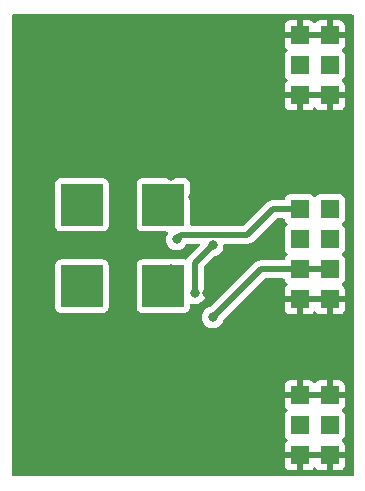
<source format=gbr>
%TF.GenerationSoftware,KiCad,Pcbnew,6.0.11+dfsg-1~bpo11+1*%
%TF.CreationDate,2023-05-28T01:23:12+00:00*%
%TF.ProjectId,SIPM02,5349504d-3032-42e6-9b69-6361645f7063,rev?*%
%TF.SameCoordinates,Original*%
%TF.FileFunction,Copper,L1,Top*%
%TF.FilePolarity,Positive*%
%FSLAX46Y46*%
G04 Gerber Fmt 4.6, Leading zero omitted, Abs format (unit mm)*
G04 Created by KiCad (PCBNEW 6.0.11+dfsg-1~bpo11+1) date 2023-05-28 01:23:12*
%MOMM*%
%LPD*%
G01*
G04 APERTURE LIST*
G04 Aperture macros list*
%AMOutline4P*
0 Free polygon, 4 corners , with rotation*
0 The origin of the aperture is its center*
0 number of corners: always 4*
0 $1 to $8 corner X, Y*
0 $9 Rotation angle, in degrees counterclockwise*
0 create outline with 4 corners*
4,1,4,$1,$2,$3,$4,$5,$6,$7,$8,$1,$2,$9*%
G04 Aperture macros list end*
%TA.AperFunction,ComponentPad*%
%ADD10C,6.000000*%
%TD*%
%TA.AperFunction,ComponentPad*%
%ADD11R,1.524000X1.524000*%
%TD*%
%TA.AperFunction,SMDPad,CuDef*%
%ADD12Outline4P,-1.750000X-1.750000X1.750000X-1.750000X1.750000X1.750000X-1.750000X1.750000X0.000000*%
%TD*%
%TA.AperFunction,SMDPad,CuDef*%
%ADD13Outline4P,-1.750000X-1.750000X1.750000X-1.750000X1.750000X1.750000X-1.750000X1.750000X90.000000*%
%TD*%
%TA.AperFunction,SMDPad,CuDef*%
%ADD14Outline4P,-1.750000X-1.750000X1.750000X-1.750000X1.750000X1.750000X-1.750000X1.750000X180.000000*%
%TD*%
%TA.AperFunction,SMDPad,CuDef*%
%ADD15Outline4P,-1.750000X-1.750000X1.750000X-1.750000X1.750000X1.750000X-1.750000X1.750000X270.000000*%
%TD*%
%TA.AperFunction,ViaPad*%
%ADD16C,0.800000*%
%TD*%
%TA.AperFunction,Conductor*%
%ADD17C,0.500000*%
%TD*%
%TA.AperFunction,Conductor*%
%ADD18C,0.400000*%
%TD*%
G04 APERTURE END LIST*
D10*
%TO.P,M2,1*%
%TO.N,GND*%
X5207000Y5080000D03*
%TD*%
%TO.P,M3,1*%
%TO.N,GND*%
X5207000Y35560000D03*
%TD*%
D11*
%TO.P,J10,1*%
%TO.N,/#PD*%
X25273000Y20828000D03*
%TO.P,J10,2*%
X27813000Y20828000D03*
%TD*%
%TO.P,J8,1*%
%TO.N,/OUT*%
X25273000Y18288000D03*
%TO.P,J8,2*%
X27813000Y18288000D03*
%TD*%
%TO.P,J4,1*%
%TO.N,GND*%
X25273000Y2540000D03*
%TO.P,J4,2*%
X27813000Y2540000D03*
%TD*%
%TO.P,J9,1*%
%TO.N,GND*%
X25273000Y15748000D03*
%TO.P,J9,2*%
X27813000Y15748000D03*
%TD*%
D12*
%TO.P,U1,1,A*%
%TO.N,Net-(C10-Pad2)*%
X6837000Y16870000D03*
D13*
%TO.P,U1,2,FO*%
%TO.N,Net-(R6-Pad1)*%
X13737000Y16870000D03*
D14*
%TO.P,U1,3,K*%
%TO.N,Net-(C6-Pad1)*%
X13737000Y23770000D03*
D15*
%TO.P,U1,4,NC*%
%TO.N,unconnected-(U1-Pad4)*%
X6837000Y23770000D03*
%TD*%
D11*
%TO.P,J1,1*%
%TO.N,GND*%
X25273000Y33020000D03*
%TO.P,J1,2*%
X27813000Y33020000D03*
%TD*%
%TO.P,J2,1*%
%TO.N,+28V*%
X25273000Y35560000D03*
%TO.P,J2,2*%
X27813000Y35560000D03*
%TD*%
%TO.P,J3,1*%
%TO.N,GND*%
X25273000Y38100000D03*
%TO.P,J3,2*%
X27813000Y38100000D03*
%TD*%
%TO.P,J5,1*%
%TO.N,/+3V6*%
X27813000Y5080000D03*
%TO.P,J5,2*%
X25273000Y5080000D03*
%TD*%
%TO.P,J6,1*%
%TO.N,GND*%
X27813000Y7620000D03*
%TO.P,J6,2*%
X25273000Y7620000D03*
%TD*%
%TO.P,J7,1*%
%TO.N,/DIRECT_OUT*%
X25273000Y23368000D03*
%TO.P,J7,2*%
X27813000Y23368000D03*
%TD*%
D10*
%TO.P,M1,1*%
%TO.N,GND*%
X15367000Y5080000D03*
%TD*%
%TO.P,M4,1*%
%TO.N,GND*%
X15367000Y35560000D03*
%TD*%
D16*
%TO.N,GND*%
X6096000Y26670000D03*
X7239000Y28448000D03*
X12827000Y11684000D03*
X16256000Y24384000D03*
X9271000Y33020000D03*
X10287000Y10160000D03*
X12065000Y27940000D03*
X10795000Y33020000D03*
X8763000Y13208000D03*
X20955000Y38100000D03*
X28067000Y25908000D03*
X22987000Y16256000D03*
X18415000Y23368000D03*
X7239000Y30988000D03*
X14351000Y26162000D03*
X10287000Y13208000D03*
X26035000Y13208000D03*
X11430000Y28956000D03*
X27559000Y13208000D03*
X16383000Y23368000D03*
X17399000Y16284502D03*
X26035000Y25908000D03*
X22987000Y13208000D03*
X7239000Y29464000D03*
X22987000Y14732000D03*
X20447000Y19812000D03*
X28067000Y27432000D03*
X24511000Y13208000D03*
X16383000Y22352000D03*
X7239000Y10160000D03*
X5715000Y10160000D03*
X6096000Y27813000D03*
X8763000Y10160000D03*
X22987000Y38100000D03*
X12446000Y28956000D03*
X26035000Y27432000D03*
X11811000Y10160000D03*
X13335000Y10160000D03*
X7239000Y27432000D03*
X28067000Y29464000D03*
X28067000Y30988000D03*
X26035000Y30988000D03*
X19431000Y36068000D03*
X7239000Y26543000D03*
X19431000Y34544000D03*
X19431000Y32512000D03*
X26035000Y29464000D03*
X19939000Y23368000D03*
X19431000Y38100000D03*
%TO.N,Net-(C6-Pad1)*%
X12827000Y24892000D03*
%TO.N,/DIRECT_OUT*%
X14859000Y20828000D03*
%TO.N,Net-(C10-Pad2)*%
X7747000Y15748000D03*
%TO.N,/OUT*%
X17907000Y14224000D03*
%TO.N,Net-(R6-Pad1)*%
X14351000Y18288000D03*
%TO.N,Net-(R10-Pad1)*%
X17907000Y20320000D03*
X16383000Y16256000D03*
%TD*%
D17*
%TO.N,GND*%
X7239000Y27432000D02*
X7239000Y26543000D01*
X19939000Y23368000D02*
X18415000Y23368000D01*
X10287000Y10160000D02*
X8763000Y10160000D01*
X19431000Y36068000D02*
X19431000Y38100000D01*
X7239000Y29464000D02*
X7239000Y30988000D01*
X19431000Y32512000D02*
X19431000Y34544000D01*
X7239000Y10160000D02*
X5715000Y10160000D01*
X22987000Y13208000D02*
X22987000Y14732000D01*
X13335000Y10160000D02*
X11811000Y10160000D01*
X27559000Y13208000D02*
X26035000Y13208000D01*
D18*
%TO.N,Net-(C6-Pad1)*%
X13137000Y24582000D02*
X12827000Y24892000D01*
X13137000Y23320000D02*
X13137000Y24582000D01*
D17*
%TO.N,/DIRECT_OUT*%
X22987000Y23368000D02*
X25273000Y23368000D01*
X14859000Y20828000D02*
X15258999Y21227999D01*
X20846999Y21227999D02*
X22987000Y23368000D01*
X15258999Y21227999D02*
X20846999Y21227999D01*
%TO.N,Net-(C10-Pad2)*%
X7437000Y16058000D02*
X7747000Y15748000D01*
X7437000Y17320000D02*
X7437000Y16058000D01*
%TO.N,/OUT*%
X17907000Y14224000D02*
X21971000Y18288000D01*
X25273000Y18288000D02*
X27813000Y18288000D01*
X21971000Y18288000D02*
X25273000Y18288000D01*
%TO.N,Net-(R6-Pad1)*%
X13533000Y17470000D02*
X14351000Y18288000D01*
X13287000Y17470000D02*
X13533000Y17470000D01*
%TO.N,Net-(R10-Pad1)*%
X16383000Y16256000D02*
X16383000Y18796000D01*
X16383000Y18796000D02*
X17907000Y20320000D01*
%TD*%
%TA.AperFunction,Conductor*%
%TO.N,GND*%
G36*
X29786621Y39857498D02*
G01*
X29833114Y39803842D01*
X29844500Y39751500D01*
X29844500Y888500D01*
X29824498Y820379D01*
X29770842Y773886D01*
X29718500Y762500D01*
X1015500Y762500D01*
X947379Y782502D01*
X900886Y836158D01*
X889500Y888500D01*
X889500Y1733331D01*
X24003001Y1733331D01*
X24003371Y1726510D01*
X24008895Y1675648D01*
X24012521Y1660396D01*
X24057676Y1539946D01*
X24066214Y1524351D01*
X24142715Y1422276D01*
X24155276Y1409715D01*
X24257351Y1333214D01*
X24272946Y1324676D01*
X24393394Y1279522D01*
X24408649Y1275895D01*
X24459514Y1270369D01*
X24466328Y1270000D01*
X25000885Y1270000D01*
X25016124Y1274475D01*
X25017329Y1275865D01*
X25019000Y1283548D01*
X25019000Y1288116D01*
X25527000Y1288116D01*
X25531475Y1272877D01*
X25532865Y1271672D01*
X25540548Y1270001D01*
X26079669Y1270001D01*
X26086490Y1270371D01*
X26137352Y1275895D01*
X26152604Y1279521D01*
X26273054Y1324676D01*
X26288649Y1333214D01*
X26390724Y1409715D01*
X26403284Y1422275D01*
X26442173Y1474165D01*
X26499032Y1516681D01*
X26569851Y1521707D01*
X26632144Y1487647D01*
X26643827Y1474165D01*
X26682716Y1422275D01*
X26695276Y1409715D01*
X26797351Y1333214D01*
X26812946Y1324676D01*
X26933394Y1279522D01*
X26948649Y1275895D01*
X26999514Y1270369D01*
X27006328Y1270000D01*
X27540885Y1270000D01*
X27556124Y1274475D01*
X27557329Y1275865D01*
X27559000Y1283548D01*
X27559000Y1288116D01*
X28067000Y1288116D01*
X28071475Y1272877D01*
X28072865Y1271672D01*
X28080548Y1270001D01*
X28619669Y1270001D01*
X28626490Y1270371D01*
X28677352Y1275895D01*
X28692604Y1279521D01*
X28813054Y1324676D01*
X28828649Y1333214D01*
X28930724Y1409715D01*
X28943285Y1422276D01*
X29019786Y1524351D01*
X29028324Y1539946D01*
X29073478Y1660394D01*
X29077105Y1675649D01*
X29082631Y1726514D01*
X29083000Y1733328D01*
X29083000Y2267885D01*
X29078525Y2283124D01*
X29077135Y2284329D01*
X29069452Y2286000D01*
X28085115Y2286000D01*
X28069876Y2281525D01*
X28068671Y2280135D01*
X28067000Y2272452D01*
X28067000Y1288116D01*
X27559000Y1288116D01*
X27559000Y2267885D01*
X27554525Y2283124D01*
X27553135Y2284329D01*
X27545452Y2286000D01*
X25545115Y2286000D01*
X25529876Y2281525D01*
X25528671Y2280135D01*
X25527000Y2272452D01*
X25527000Y1288116D01*
X25019000Y1288116D01*
X25019000Y2267885D01*
X25014525Y2283124D01*
X25013135Y2284329D01*
X25005452Y2286000D01*
X24021116Y2286000D01*
X24005877Y2281525D01*
X24004672Y2280135D01*
X24003001Y2272452D01*
X24003001Y1733331D01*
X889500Y1733331D01*
X889500Y4269866D01*
X24002500Y4269866D01*
X24009255Y4207684D01*
X24060385Y4071295D01*
X24147739Y3954739D01*
X24206749Y3910513D01*
X24249264Y3853656D01*
X24254290Y3782837D01*
X24220230Y3720544D01*
X24206749Y3708862D01*
X24155276Y3670285D01*
X24142715Y3657724D01*
X24066214Y3555649D01*
X24057676Y3540054D01*
X24012522Y3419606D01*
X24008895Y3404351D01*
X24003369Y3353486D01*
X24003000Y3346672D01*
X24003000Y2812115D01*
X24007475Y2796876D01*
X24008865Y2795671D01*
X24016548Y2794000D01*
X29064884Y2794000D01*
X29080123Y2798475D01*
X29081328Y2799865D01*
X29082999Y2807548D01*
X29082999Y3346669D01*
X29082629Y3353490D01*
X29077105Y3404352D01*
X29073479Y3419604D01*
X29028324Y3540054D01*
X29019786Y3555649D01*
X28943285Y3657724D01*
X28930724Y3670285D01*
X28879251Y3708862D01*
X28836736Y3765721D01*
X28831710Y3836540D01*
X28865770Y3898833D01*
X28879245Y3910509D01*
X28938261Y3954739D01*
X29025615Y4071295D01*
X29076745Y4207684D01*
X29083500Y4269866D01*
X29083500Y5890134D01*
X29076745Y5952316D01*
X29025615Y6088705D01*
X28938261Y6205261D01*
X28879251Y6249487D01*
X28836736Y6306344D01*
X28831710Y6377163D01*
X28865770Y6439456D01*
X28879251Y6451138D01*
X28930724Y6489715D01*
X28943285Y6502276D01*
X29019786Y6604351D01*
X29028324Y6619946D01*
X29073478Y6740394D01*
X29077105Y6755649D01*
X29082631Y6806514D01*
X29083000Y6813328D01*
X29083000Y7347885D01*
X29078525Y7363124D01*
X29077135Y7364329D01*
X29069452Y7366000D01*
X24021116Y7366000D01*
X24005877Y7361525D01*
X24004672Y7360135D01*
X24003001Y7352452D01*
X24003001Y6813331D01*
X24003371Y6806510D01*
X24008895Y6755648D01*
X24012521Y6740396D01*
X24057676Y6619946D01*
X24066214Y6604351D01*
X24142715Y6502276D01*
X24155276Y6489715D01*
X24206749Y6451138D01*
X24249264Y6394279D01*
X24254290Y6323460D01*
X24220230Y6261167D01*
X24206755Y6249491D01*
X24147739Y6205261D01*
X24060385Y6088705D01*
X24009255Y5952316D01*
X24002500Y5890134D01*
X24002500Y4269866D01*
X889500Y4269866D01*
X889500Y7892115D01*
X24003000Y7892115D01*
X24007475Y7876876D01*
X24008865Y7875671D01*
X24016548Y7874000D01*
X25000885Y7874000D01*
X25016124Y7878475D01*
X25017329Y7879865D01*
X25019000Y7887548D01*
X25019000Y7892115D01*
X25527000Y7892115D01*
X25531475Y7876876D01*
X25532865Y7875671D01*
X25540548Y7874000D01*
X27540885Y7874000D01*
X27556124Y7878475D01*
X27557329Y7879865D01*
X27559000Y7887548D01*
X27559000Y7892115D01*
X28067000Y7892115D01*
X28071475Y7876876D01*
X28072865Y7875671D01*
X28080548Y7874000D01*
X29064884Y7874000D01*
X29080123Y7878475D01*
X29081328Y7879865D01*
X29082999Y7887548D01*
X29082999Y8426669D01*
X29082629Y8433490D01*
X29077105Y8484352D01*
X29073479Y8499604D01*
X29028324Y8620054D01*
X29019786Y8635649D01*
X28943285Y8737724D01*
X28930724Y8750285D01*
X28828649Y8826786D01*
X28813054Y8835324D01*
X28692606Y8880478D01*
X28677351Y8884105D01*
X28626486Y8889631D01*
X28619672Y8890000D01*
X28085115Y8890000D01*
X28069876Y8885525D01*
X28068671Y8884135D01*
X28067000Y8876452D01*
X28067000Y7892115D01*
X27559000Y7892115D01*
X27559000Y8871884D01*
X27554525Y8887123D01*
X27553135Y8888328D01*
X27545452Y8889999D01*
X27006331Y8889999D01*
X26999510Y8889629D01*
X26948648Y8884105D01*
X26933396Y8880479D01*
X26812946Y8835324D01*
X26797351Y8826786D01*
X26695276Y8750285D01*
X26682716Y8737725D01*
X26643827Y8685835D01*
X26586968Y8643319D01*
X26516149Y8638293D01*
X26453856Y8672353D01*
X26442173Y8685835D01*
X26403284Y8737725D01*
X26390724Y8750285D01*
X26288649Y8826786D01*
X26273054Y8835324D01*
X26152606Y8880478D01*
X26137351Y8884105D01*
X26086486Y8889631D01*
X26079672Y8890000D01*
X25545115Y8890000D01*
X25529876Y8885525D01*
X25528671Y8884135D01*
X25527000Y8876452D01*
X25527000Y7892115D01*
X25019000Y7892115D01*
X25019000Y8871884D01*
X25014525Y8887123D01*
X25013135Y8888328D01*
X25005452Y8889999D01*
X24466331Y8889999D01*
X24459510Y8889629D01*
X24408648Y8884105D01*
X24393396Y8880479D01*
X24272946Y8835324D01*
X24257351Y8826786D01*
X24155276Y8750285D01*
X24142715Y8737724D01*
X24066214Y8635649D01*
X24057676Y8620054D01*
X24012522Y8499606D01*
X24008895Y8484351D01*
X24003369Y8433486D01*
X24003000Y8426672D01*
X24003000Y7892115D01*
X889500Y7892115D01*
X889500Y15071866D01*
X4578500Y15071866D01*
X4585255Y15009684D01*
X4636385Y14873295D01*
X4723739Y14756739D01*
X4840295Y14669385D01*
X4976684Y14618255D01*
X5038866Y14611500D01*
X8635134Y14611500D01*
X8697316Y14618255D01*
X8833705Y14669385D01*
X8950261Y14756739D01*
X9037615Y14873295D01*
X9088745Y15009684D01*
X9095500Y15071866D01*
X11478500Y15071866D01*
X11485255Y15009684D01*
X11536385Y14873295D01*
X11623739Y14756739D01*
X11740295Y14669385D01*
X11876684Y14618255D01*
X11938866Y14611500D01*
X15535134Y14611500D01*
X15597316Y14618255D01*
X15733705Y14669385D01*
X15850261Y14756739D01*
X15937615Y14873295D01*
X15988745Y15009684D01*
X15995500Y15071866D01*
X15995500Y15253972D01*
X16015502Y15322093D01*
X16069158Y15368586D01*
X16139432Y15378690D01*
X16147697Y15377219D01*
X16281056Y15348872D01*
X16281061Y15348872D01*
X16287513Y15347500D01*
X16478487Y15347500D01*
X16484939Y15348872D01*
X16484944Y15348872D01*
X16577688Y15368586D01*
X16665288Y15387206D01*
X16770500Y15434049D01*
X16833722Y15462197D01*
X16833724Y15462198D01*
X16839752Y15464882D01*
X16877530Y15492329D01*
X16895157Y15505136D01*
X16994253Y15577134D01*
X17122040Y15719056D01*
X17217527Y15884444D01*
X17276542Y16066072D01*
X17296504Y16256000D01*
X17276542Y16445928D01*
X17217527Y16627556D01*
X17158381Y16730000D01*
X17141500Y16792999D01*
X17141500Y18429629D01*
X17161502Y18497750D01*
X17178405Y18518724D01*
X18063331Y19403650D01*
X18126228Y19437801D01*
X18182824Y19449831D01*
X18182833Y19449834D01*
X18189288Y19451206D01*
X18195319Y19453891D01*
X18357722Y19526197D01*
X18357724Y19526198D01*
X18363752Y19528882D01*
X18518253Y19641134D01*
X18646040Y19783056D01*
X18741527Y19948444D01*
X18800542Y20130072D01*
X18802138Y20145251D01*
X18819814Y20313435D01*
X18820504Y20320000D01*
X18819419Y20330323D01*
X18819814Y20332483D01*
X18819814Y20333171D01*
X18819940Y20333171D01*
X18832188Y20400162D01*
X18880687Y20452011D01*
X18944728Y20469499D01*
X20779929Y20469499D01*
X20798879Y20468066D01*
X20813114Y20465900D01*
X20813118Y20465900D01*
X20820348Y20464800D01*
X20827640Y20465393D01*
X20827643Y20465393D01*
X20873017Y20469084D01*
X20883232Y20469499D01*
X20891292Y20469499D01*
X20904582Y20471048D01*
X20919506Y20472788D01*
X20923881Y20473221D01*
X20989338Y20478545D01*
X20989341Y20478546D01*
X20996636Y20479139D01*
X21003600Y20481395D01*
X21009559Y20482586D01*
X21015414Y20483970D01*
X21022680Y20484817D01*
X21091326Y20509734D01*
X21095454Y20511151D01*
X21157935Y20531392D01*
X21157937Y20531393D01*
X21164898Y20533648D01*
X21171153Y20537444D01*
X21176627Y20539950D01*
X21182057Y20542669D01*
X21188936Y20545166D01*
X21249975Y20585185D01*
X21253679Y20587522D01*
X21316106Y20625404D01*
X21324483Y20632802D01*
X21324507Y20632775D01*
X21327499Y20635428D01*
X21330732Y20638131D01*
X21336851Y20642143D01*
X21390127Y20698382D01*
X21392505Y20700824D01*
X23264276Y22572595D01*
X23326588Y22606621D01*
X23353371Y22609500D01*
X23883837Y22609500D01*
X23951958Y22589498D01*
X23998451Y22535842D01*
X24005305Y22510920D01*
X24006575Y22511222D01*
X24008402Y22503540D01*
X24009255Y22495684D01*
X24060385Y22359295D01*
X24147739Y22242739D01*
X24154919Y22237358D01*
X24206332Y22198826D01*
X24248847Y22141967D01*
X24253873Y22071148D01*
X24219813Y22008855D01*
X24206333Y21997175D01*
X24147739Y21953261D01*
X24060385Y21836705D01*
X24009255Y21700316D01*
X24002500Y21638134D01*
X24002500Y20017866D01*
X24009255Y19955684D01*
X24060385Y19819295D01*
X24147739Y19702739D01*
X24154919Y19697358D01*
X24206332Y19658826D01*
X24248847Y19601967D01*
X24253873Y19531148D01*
X24219813Y19468855D01*
X24206333Y19457175D01*
X24147739Y19413261D01*
X24060385Y19296705D01*
X24009255Y19160316D01*
X24008402Y19152460D01*
X24006575Y19144778D01*
X24003540Y19145500D01*
X23981841Y19093309D01*
X23923470Y19052895D01*
X23883837Y19046500D01*
X22038070Y19046500D01*
X22019120Y19047933D01*
X22004885Y19050099D01*
X22004881Y19050099D01*
X21997651Y19051199D01*
X21990359Y19050606D01*
X21990356Y19050606D01*
X21944982Y19046915D01*
X21934767Y19046500D01*
X21926707Y19046500D01*
X21923073Y19046076D01*
X21923067Y19046076D01*
X21910042Y19044557D01*
X21898480Y19043209D01*
X21894132Y19042779D01*
X21821364Y19036860D01*
X21814403Y19034605D01*
X21808463Y19033418D01*
X21802588Y19032029D01*
X21795319Y19031182D01*
X21726670Y19006264D01*
X21722542Y19004847D01*
X21660064Y18984607D01*
X21660062Y18984606D01*
X21653101Y18982351D01*
X21646846Y18978555D01*
X21641372Y18976049D01*
X21635942Y18973330D01*
X21629063Y18970833D01*
X21622943Y18966820D01*
X21622942Y18966820D01*
X21568024Y18930814D01*
X21564320Y18928477D01*
X21501893Y18890595D01*
X21493516Y18883197D01*
X21493492Y18883224D01*
X21490500Y18880571D01*
X21487267Y18877868D01*
X21481148Y18873856D01*
X21476116Y18868544D01*
X21427872Y18817617D01*
X21425494Y18815175D01*
X17750669Y15140350D01*
X17687772Y15106199D01*
X17631176Y15094169D01*
X17631167Y15094166D01*
X17624712Y15092794D01*
X17618682Y15090109D01*
X17618681Y15090109D01*
X17456278Y15017803D01*
X17456276Y15017802D01*
X17450248Y15015118D01*
X17444907Y15011238D01*
X17444906Y15011237D01*
X17432585Y15002285D01*
X17295747Y14902866D01*
X17167960Y14760944D01*
X17164659Y14755226D01*
X17085267Y14617715D01*
X17072473Y14595556D01*
X17013458Y14413928D01*
X16993496Y14224000D01*
X17013458Y14034072D01*
X17072473Y13852444D01*
X17167960Y13687056D01*
X17295747Y13545134D01*
X17450248Y13432882D01*
X17456276Y13430198D01*
X17456278Y13430197D01*
X17618681Y13357891D01*
X17624712Y13355206D01*
X17718112Y13335353D01*
X17805056Y13316872D01*
X17805061Y13316872D01*
X17811513Y13315500D01*
X18002487Y13315500D01*
X18008939Y13316872D01*
X18008944Y13316872D01*
X18095887Y13335353D01*
X18189288Y13355206D01*
X18195319Y13357891D01*
X18357722Y13430197D01*
X18357724Y13430198D01*
X18363752Y13432882D01*
X18518253Y13545134D01*
X18646040Y13687056D01*
X18741527Y13852444D01*
X18796387Y14021286D01*
X18827125Y14071444D01*
X19697012Y14941331D01*
X24003001Y14941331D01*
X24003371Y14934510D01*
X24008895Y14883648D01*
X24012521Y14868396D01*
X24057676Y14747946D01*
X24066214Y14732351D01*
X24142715Y14630276D01*
X24155276Y14617715D01*
X24257351Y14541214D01*
X24272946Y14532676D01*
X24393394Y14487522D01*
X24408649Y14483895D01*
X24459514Y14478369D01*
X24466328Y14478000D01*
X25000885Y14478000D01*
X25016124Y14482475D01*
X25017329Y14483865D01*
X25019000Y14491548D01*
X25019000Y14496116D01*
X25527000Y14496116D01*
X25531475Y14480877D01*
X25532865Y14479672D01*
X25540548Y14478001D01*
X26079669Y14478001D01*
X26086490Y14478371D01*
X26137352Y14483895D01*
X26152604Y14487521D01*
X26273054Y14532676D01*
X26288649Y14541214D01*
X26390724Y14617715D01*
X26403284Y14630275D01*
X26442173Y14682165D01*
X26499032Y14724681D01*
X26569851Y14729707D01*
X26632144Y14695647D01*
X26643827Y14682165D01*
X26682716Y14630275D01*
X26695276Y14617715D01*
X26797351Y14541214D01*
X26812946Y14532676D01*
X26933394Y14487522D01*
X26948649Y14483895D01*
X26999514Y14478369D01*
X27006328Y14478000D01*
X27540885Y14478000D01*
X27556124Y14482475D01*
X27557329Y14483865D01*
X27559000Y14491548D01*
X27559000Y14496116D01*
X28067000Y14496116D01*
X28071475Y14480877D01*
X28072865Y14479672D01*
X28080548Y14478001D01*
X28619669Y14478001D01*
X28626490Y14478371D01*
X28677352Y14483895D01*
X28692604Y14487521D01*
X28813054Y14532676D01*
X28828649Y14541214D01*
X28930724Y14617715D01*
X28943285Y14630276D01*
X29019786Y14732351D01*
X29028324Y14747946D01*
X29073478Y14868394D01*
X29077105Y14883649D01*
X29082631Y14934514D01*
X29083000Y14941328D01*
X29083000Y15475885D01*
X29078525Y15491124D01*
X29077135Y15492329D01*
X29069452Y15494000D01*
X28085115Y15494000D01*
X28069876Y15489525D01*
X28068671Y15488135D01*
X28067000Y15480452D01*
X28067000Y14496116D01*
X27559000Y14496116D01*
X27559000Y15475885D01*
X27554525Y15491124D01*
X27553135Y15492329D01*
X27545452Y15494000D01*
X25545115Y15494000D01*
X25529876Y15489525D01*
X25528671Y15488135D01*
X25527000Y15480452D01*
X25527000Y14496116D01*
X25019000Y14496116D01*
X25019000Y15475885D01*
X25014525Y15491124D01*
X25013135Y15492329D01*
X25005452Y15494000D01*
X24021116Y15494000D01*
X24005877Y15489525D01*
X24004672Y15488135D01*
X24003001Y15480452D01*
X24003001Y14941331D01*
X19697012Y14941331D01*
X22248276Y17492595D01*
X22310588Y17526621D01*
X22337371Y17529500D01*
X23883837Y17529500D01*
X23951958Y17509498D01*
X23998451Y17455842D01*
X24005305Y17430920D01*
X24006575Y17431222D01*
X24008402Y17423540D01*
X24009255Y17415684D01*
X24060385Y17279295D01*
X24147739Y17162739D01*
X24206749Y17118513D01*
X24249264Y17061656D01*
X24254290Y16990837D01*
X24220230Y16928544D01*
X24206749Y16916862D01*
X24155276Y16878285D01*
X24142715Y16865724D01*
X24066214Y16763649D01*
X24057676Y16748054D01*
X24012522Y16627606D01*
X24008895Y16612351D01*
X24003369Y16561486D01*
X24003000Y16554672D01*
X24003000Y16020115D01*
X24007475Y16004876D01*
X24008865Y16003671D01*
X24016548Y16002000D01*
X29064884Y16002000D01*
X29080123Y16006475D01*
X29081328Y16007865D01*
X29082999Y16015548D01*
X29082999Y16554669D01*
X29082629Y16561490D01*
X29077105Y16612352D01*
X29073479Y16627604D01*
X29028324Y16748054D01*
X29019786Y16763649D01*
X28943285Y16865724D01*
X28930724Y16878285D01*
X28879251Y16916862D01*
X28836736Y16973721D01*
X28831710Y17044540D01*
X28865770Y17106833D01*
X28879245Y17118509D01*
X28938261Y17162739D01*
X29025615Y17279295D01*
X29076745Y17415684D01*
X29083500Y17477866D01*
X29083500Y19098134D01*
X29076745Y19160316D01*
X29025615Y19296705D01*
X28938261Y19413261D01*
X28879668Y19457174D01*
X28837153Y19514033D01*
X28832127Y19584852D01*
X28866187Y19647145D01*
X28879668Y19658826D01*
X28931081Y19697358D01*
X28938261Y19702739D01*
X29025615Y19819295D01*
X29076745Y19955684D01*
X29083500Y20017866D01*
X29083500Y21638134D01*
X29076745Y21700316D01*
X29025615Y21836705D01*
X28938261Y21953261D01*
X28879668Y21997174D01*
X28837153Y22054033D01*
X28832127Y22124852D01*
X28866187Y22187145D01*
X28879668Y22198826D01*
X28931081Y22237358D01*
X28938261Y22242739D01*
X29025615Y22359295D01*
X29076745Y22495684D01*
X29083500Y22557866D01*
X29083500Y24178134D01*
X29076745Y24240316D01*
X29025615Y24376705D01*
X28938261Y24493261D01*
X28821705Y24580615D01*
X28685316Y24631745D01*
X28623134Y24638500D01*
X27002866Y24638500D01*
X26940684Y24631745D01*
X26804295Y24580615D01*
X26687739Y24493261D01*
X26682358Y24486081D01*
X26643826Y24434668D01*
X26586967Y24392153D01*
X26516148Y24387127D01*
X26453855Y24421187D01*
X26442174Y24434668D01*
X26403642Y24486081D01*
X26398261Y24493261D01*
X26281705Y24580615D01*
X26145316Y24631745D01*
X26083134Y24638500D01*
X24462866Y24638500D01*
X24400684Y24631745D01*
X24264295Y24580615D01*
X24147739Y24493261D01*
X24060385Y24376705D01*
X24009255Y24240316D01*
X24008402Y24232460D01*
X24006575Y24224778D01*
X24003540Y24225500D01*
X23981841Y24173309D01*
X23923470Y24132895D01*
X23883837Y24126500D01*
X23054063Y24126500D01*
X23035114Y24127933D01*
X23034907Y24127964D01*
X23013651Y24131198D01*
X23006359Y24130605D01*
X23006356Y24130605D01*
X22960991Y24126915D01*
X22950777Y24126500D01*
X22942707Y24126500D01*
X22939087Y24126078D01*
X22939069Y24126077D01*
X22914461Y24123208D01*
X22910100Y24122776D01*
X22884981Y24120733D01*
X22844661Y24117454D01*
X22844658Y24117453D01*
X22837363Y24116860D01*
X22830399Y24114604D01*
X22824440Y24113413D01*
X22818585Y24112029D01*
X22811319Y24111182D01*
X22742673Y24086265D01*
X22738545Y24084848D01*
X22676064Y24064607D01*
X22676062Y24064606D01*
X22669101Y24062351D01*
X22662846Y24058555D01*
X22657372Y24056049D01*
X22651942Y24053330D01*
X22645063Y24050833D01*
X22584016Y24010809D01*
X22580327Y24008482D01*
X22560135Y23996229D01*
X22522693Y23973509D01*
X22522688Y23973505D01*
X22517892Y23970595D01*
X22509516Y23963197D01*
X22509493Y23963223D01*
X22506503Y23960574D01*
X22503264Y23957866D01*
X22497148Y23953856D01*
X22492121Y23948549D01*
X22492117Y23948546D01*
X22443872Y23897617D01*
X22441494Y23895175D01*
X20569723Y22023404D01*
X20507411Y21989378D01*
X20480628Y21986499D01*
X16121500Y21986499D01*
X16053379Y22006501D01*
X16006886Y22060157D01*
X15995500Y22112499D01*
X15995500Y25568134D01*
X15988745Y25630316D01*
X15937615Y25766705D01*
X15850261Y25883261D01*
X15733705Y25970615D01*
X15597316Y26021745D01*
X15535134Y26028500D01*
X11938866Y26028500D01*
X11876684Y26021745D01*
X11740295Y25970615D01*
X11623739Y25883261D01*
X11536385Y25766705D01*
X11485255Y25630316D01*
X11478500Y25568134D01*
X11478500Y21971866D01*
X11485255Y21909684D01*
X11536385Y21773295D01*
X11623739Y21656739D01*
X11740295Y21569385D01*
X11876684Y21518255D01*
X11938866Y21511500D01*
X13986336Y21511500D01*
X14054457Y21491498D01*
X14100950Y21437842D01*
X14111054Y21367568D01*
X14095455Y21322500D01*
X14024473Y21199556D01*
X13965458Y21017928D01*
X13945496Y20828000D01*
X13946186Y20821435D01*
X13958992Y20699597D01*
X13965458Y20638072D01*
X14024473Y20456444D01*
X14119960Y20291056D01*
X14124378Y20286149D01*
X14124379Y20286148D01*
X14243325Y20154045D01*
X14247747Y20149134D01*
X14402248Y20036882D01*
X14408276Y20034198D01*
X14408278Y20034197D01*
X14570681Y19961891D01*
X14576712Y19959206D01*
X14670113Y19939353D01*
X14757056Y19920872D01*
X14757061Y19920872D01*
X14763513Y19919500D01*
X14954487Y19919500D01*
X14960939Y19920872D01*
X14960944Y19920872D01*
X15047887Y19939353D01*
X15141288Y19959206D01*
X15147319Y19961891D01*
X15309722Y20034197D01*
X15309724Y20034198D01*
X15315752Y20036882D01*
X15470253Y20149134D01*
X15474675Y20154045D01*
X15593621Y20286148D01*
X15593622Y20286149D01*
X15598040Y20291056D01*
X15664691Y20406499D01*
X15716073Y20455492D01*
X15773810Y20469499D01*
X16679628Y20469499D01*
X16747749Y20449497D01*
X16794242Y20395841D01*
X16804346Y20325567D01*
X16774852Y20260987D01*
X16768723Y20254404D01*
X15894089Y19379770D01*
X15879677Y19367384D01*
X15868082Y19358851D01*
X15868077Y19358846D01*
X15862182Y19354508D01*
X15857443Y19348930D01*
X15857440Y19348927D01*
X15827965Y19314232D01*
X15821035Y19306716D01*
X15815340Y19301021D01*
X15813060Y19298139D01*
X15797719Y19278749D01*
X15794928Y19275345D01*
X15752409Y19225297D01*
X15747667Y19219715D01*
X15744339Y19213199D01*
X15740972Y19208150D01*
X15737804Y19203020D01*
X15733266Y19197284D01*
X15730167Y19190653D01*
X15726322Y19184427D01*
X15724822Y19185354D01*
X15683964Y19139027D01*
X15615671Y19119622D01*
X15597328Y19121854D01*
X15597316Y19121745D01*
X15538531Y19128131D01*
X15535134Y19128500D01*
X14723620Y19128500D01*
X14672372Y19139393D01*
X14639324Y19154107D01*
X14639321Y19154108D01*
X14633288Y19156794D01*
X14581909Y19167715D01*
X14452944Y19195128D01*
X14452939Y19195128D01*
X14446487Y19196500D01*
X14255513Y19196500D01*
X14249061Y19195128D01*
X14249056Y19195128D01*
X14120091Y19167715D01*
X14068712Y19156794D01*
X14062679Y19154108D01*
X14062676Y19154107D01*
X14029628Y19139393D01*
X13978380Y19128500D01*
X11938866Y19128500D01*
X11876684Y19121745D01*
X11740295Y19070615D01*
X11623739Y18983261D01*
X11536385Y18866705D01*
X11485255Y18730316D01*
X11478500Y18668134D01*
X11478500Y15071866D01*
X9095500Y15071866D01*
X9095500Y18668134D01*
X9088745Y18730316D01*
X9037615Y18866705D01*
X8950261Y18983261D01*
X8833705Y19070615D01*
X8697316Y19121745D01*
X8635134Y19128500D01*
X5038866Y19128500D01*
X4976684Y19121745D01*
X4840295Y19070615D01*
X4723739Y18983261D01*
X4636385Y18866705D01*
X4585255Y18730316D01*
X4578500Y18668134D01*
X4578500Y15071866D01*
X889500Y15071866D01*
X889500Y21971866D01*
X4578500Y21971866D01*
X4585255Y21909684D01*
X4636385Y21773295D01*
X4723739Y21656739D01*
X4840295Y21569385D01*
X4976684Y21518255D01*
X5038866Y21511500D01*
X8635134Y21511500D01*
X8697316Y21518255D01*
X8833705Y21569385D01*
X8950261Y21656739D01*
X9037615Y21773295D01*
X9088745Y21909684D01*
X9095500Y21971866D01*
X9095500Y25568134D01*
X9088745Y25630316D01*
X9037615Y25766705D01*
X8950261Y25883261D01*
X8833705Y25970615D01*
X8697316Y26021745D01*
X8635134Y26028500D01*
X5038866Y26028500D01*
X4976684Y26021745D01*
X4840295Y25970615D01*
X4723739Y25883261D01*
X4636385Y25766705D01*
X4585255Y25630316D01*
X4578500Y25568134D01*
X4578500Y21971866D01*
X889500Y21971866D01*
X889500Y32213331D01*
X24003001Y32213331D01*
X24003371Y32206510D01*
X24008895Y32155648D01*
X24012521Y32140396D01*
X24057676Y32019946D01*
X24066214Y32004351D01*
X24142715Y31902276D01*
X24155276Y31889715D01*
X24257351Y31813214D01*
X24272946Y31804676D01*
X24393394Y31759522D01*
X24408649Y31755895D01*
X24459514Y31750369D01*
X24466328Y31750000D01*
X25000885Y31750000D01*
X25016124Y31754475D01*
X25017329Y31755865D01*
X25019000Y31763548D01*
X25019000Y31768116D01*
X25527000Y31768116D01*
X25531475Y31752877D01*
X25532865Y31751672D01*
X25540548Y31750001D01*
X26079669Y31750001D01*
X26086490Y31750371D01*
X26137352Y31755895D01*
X26152604Y31759521D01*
X26273054Y31804676D01*
X26288649Y31813214D01*
X26390724Y31889715D01*
X26403284Y31902275D01*
X26442173Y31954165D01*
X26499032Y31996681D01*
X26569851Y32001707D01*
X26632144Y31967647D01*
X26643827Y31954165D01*
X26682716Y31902275D01*
X26695276Y31889715D01*
X26797351Y31813214D01*
X26812946Y31804676D01*
X26933394Y31759522D01*
X26948649Y31755895D01*
X26999514Y31750369D01*
X27006328Y31750000D01*
X27540885Y31750000D01*
X27556124Y31754475D01*
X27557329Y31755865D01*
X27559000Y31763548D01*
X27559000Y31768116D01*
X28067000Y31768116D01*
X28071475Y31752877D01*
X28072865Y31751672D01*
X28080548Y31750001D01*
X28619669Y31750001D01*
X28626490Y31750371D01*
X28677352Y31755895D01*
X28692604Y31759521D01*
X28813054Y31804676D01*
X28828649Y31813214D01*
X28930724Y31889715D01*
X28943285Y31902276D01*
X29019786Y32004351D01*
X29028324Y32019946D01*
X29073478Y32140394D01*
X29077105Y32155649D01*
X29082631Y32206514D01*
X29083000Y32213328D01*
X29083000Y32747885D01*
X29078525Y32763124D01*
X29077135Y32764329D01*
X29069452Y32766000D01*
X28085115Y32766000D01*
X28069876Y32761525D01*
X28068671Y32760135D01*
X28067000Y32752452D01*
X28067000Y31768116D01*
X27559000Y31768116D01*
X27559000Y32747885D01*
X27554525Y32763124D01*
X27553135Y32764329D01*
X27545452Y32766000D01*
X25545115Y32766000D01*
X25529876Y32761525D01*
X25528671Y32760135D01*
X25527000Y32752452D01*
X25527000Y31768116D01*
X25019000Y31768116D01*
X25019000Y32747885D01*
X25014525Y32763124D01*
X25013135Y32764329D01*
X25005452Y32766000D01*
X24021116Y32766000D01*
X24005877Y32761525D01*
X24004672Y32760135D01*
X24003001Y32752452D01*
X24003001Y32213331D01*
X889500Y32213331D01*
X889500Y34749866D01*
X24002500Y34749866D01*
X24009255Y34687684D01*
X24060385Y34551295D01*
X24147739Y34434739D01*
X24206749Y34390513D01*
X24249264Y34333656D01*
X24254290Y34262837D01*
X24220230Y34200544D01*
X24206749Y34188862D01*
X24155276Y34150285D01*
X24142715Y34137724D01*
X24066214Y34035649D01*
X24057676Y34020054D01*
X24012522Y33899606D01*
X24008895Y33884351D01*
X24003369Y33833486D01*
X24003000Y33826672D01*
X24003000Y33292115D01*
X24007475Y33276876D01*
X24008865Y33275671D01*
X24016548Y33274000D01*
X29064884Y33274000D01*
X29080123Y33278475D01*
X29081328Y33279865D01*
X29082999Y33287548D01*
X29082999Y33826669D01*
X29082629Y33833490D01*
X29077105Y33884352D01*
X29073479Y33899604D01*
X29028324Y34020054D01*
X29019786Y34035649D01*
X28943285Y34137724D01*
X28930724Y34150285D01*
X28879251Y34188862D01*
X28836736Y34245721D01*
X28831710Y34316540D01*
X28865770Y34378833D01*
X28879245Y34390509D01*
X28938261Y34434739D01*
X29025615Y34551295D01*
X29076745Y34687684D01*
X29083500Y34749866D01*
X29083500Y36370134D01*
X29076745Y36432316D01*
X29025615Y36568705D01*
X28938261Y36685261D01*
X28879251Y36729487D01*
X28836736Y36786344D01*
X28831710Y36857163D01*
X28865770Y36919456D01*
X28879251Y36931138D01*
X28930724Y36969715D01*
X28943285Y36982276D01*
X29019786Y37084351D01*
X29028324Y37099946D01*
X29073478Y37220394D01*
X29077105Y37235649D01*
X29082631Y37286514D01*
X29083000Y37293328D01*
X29083000Y37827885D01*
X29078525Y37843124D01*
X29077135Y37844329D01*
X29069452Y37846000D01*
X24021116Y37846000D01*
X24005877Y37841525D01*
X24004672Y37840135D01*
X24003001Y37832452D01*
X24003001Y37293331D01*
X24003371Y37286510D01*
X24008895Y37235648D01*
X24012521Y37220396D01*
X24057676Y37099946D01*
X24066214Y37084351D01*
X24142715Y36982276D01*
X24155276Y36969715D01*
X24206749Y36931138D01*
X24249264Y36874279D01*
X24254290Y36803460D01*
X24220230Y36741167D01*
X24206755Y36729491D01*
X24147739Y36685261D01*
X24060385Y36568705D01*
X24009255Y36432316D01*
X24002500Y36370134D01*
X24002500Y34749866D01*
X889500Y34749866D01*
X889500Y38372115D01*
X24003000Y38372115D01*
X24007475Y38356876D01*
X24008865Y38355671D01*
X24016548Y38354000D01*
X25000885Y38354000D01*
X25016124Y38358475D01*
X25017329Y38359865D01*
X25019000Y38367548D01*
X25019000Y38372115D01*
X25527000Y38372115D01*
X25531475Y38356876D01*
X25532865Y38355671D01*
X25540548Y38354000D01*
X27540885Y38354000D01*
X27556124Y38358475D01*
X27557329Y38359865D01*
X27559000Y38367548D01*
X27559000Y38372115D01*
X28067000Y38372115D01*
X28071475Y38356876D01*
X28072865Y38355671D01*
X28080548Y38354000D01*
X29064884Y38354000D01*
X29080123Y38358475D01*
X29081328Y38359865D01*
X29082999Y38367548D01*
X29082999Y38906669D01*
X29082629Y38913490D01*
X29077105Y38964352D01*
X29073479Y38979604D01*
X29028324Y39100054D01*
X29019786Y39115649D01*
X28943285Y39217724D01*
X28930724Y39230285D01*
X28828649Y39306786D01*
X28813054Y39315324D01*
X28692606Y39360478D01*
X28677351Y39364105D01*
X28626486Y39369631D01*
X28619672Y39370000D01*
X28085115Y39370000D01*
X28069876Y39365525D01*
X28068671Y39364135D01*
X28067000Y39356452D01*
X28067000Y38372115D01*
X27559000Y38372115D01*
X27559000Y39351884D01*
X27554525Y39367123D01*
X27553135Y39368328D01*
X27545452Y39369999D01*
X27006331Y39369999D01*
X26999510Y39369629D01*
X26948648Y39364105D01*
X26933396Y39360479D01*
X26812946Y39315324D01*
X26797351Y39306786D01*
X26695276Y39230285D01*
X26682716Y39217725D01*
X26643827Y39165835D01*
X26586968Y39123319D01*
X26516149Y39118293D01*
X26453856Y39152353D01*
X26442173Y39165835D01*
X26403284Y39217725D01*
X26390724Y39230285D01*
X26288649Y39306786D01*
X26273054Y39315324D01*
X26152606Y39360478D01*
X26137351Y39364105D01*
X26086486Y39369631D01*
X26079672Y39370000D01*
X25545115Y39370000D01*
X25529876Y39365525D01*
X25528671Y39364135D01*
X25527000Y39356452D01*
X25527000Y38372115D01*
X25019000Y38372115D01*
X25019000Y39351884D01*
X25014525Y39367123D01*
X25013135Y39368328D01*
X25005452Y39369999D01*
X24466331Y39369999D01*
X24459510Y39369629D01*
X24408648Y39364105D01*
X24393396Y39360479D01*
X24272946Y39315324D01*
X24257351Y39306786D01*
X24155276Y39230285D01*
X24142715Y39217724D01*
X24066214Y39115649D01*
X24057676Y39100054D01*
X24012522Y38979606D01*
X24008895Y38964351D01*
X24003369Y38913486D01*
X24003000Y38906672D01*
X24003000Y38372115D01*
X889500Y38372115D01*
X889500Y39751500D01*
X909502Y39819621D01*
X963158Y39866114D01*
X1015500Y39877500D01*
X29718500Y39877500D01*
X29786621Y39857498D01*
G37*
%TD.AperFunction*%
%TD*%
M02*

</source>
